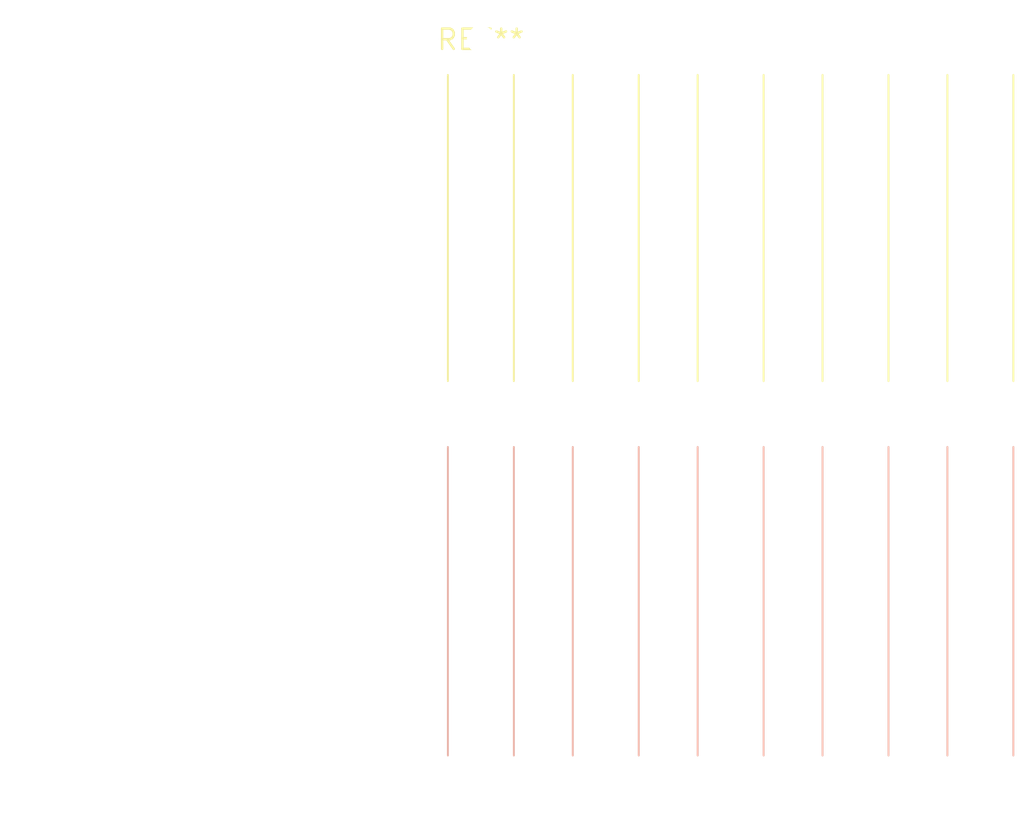
<source format=kicad_pcb>
(kicad_pcb (version 20240108) (generator pcbnew)
  (layers (0 "F.Cu" signal) (31 "B.Cu" signal) (34 "B.Paste" user) (35 "F.Paste" user) (36 "B.SilkS" user "B.Silkscreen") (37 "F.SilkS" user "F.Silkscreen") (38 "B.Mask" user) (39 "F.Mask" user) (44 "Edge.Cuts" user))
  (net 0 "")
  (footprint "SolderWire-1sqmm_1x05_P7.8mm_D1.4mm_OD3.9mm_Relief2x" (layer "F.Cu") (at 0 0)
    (property "Reference" "REF**")
    (property "Value" "SolderWire-1sqmm_1x05_P7.8mm_D1.4mm_OD3.9mm_Relief2x")
    (fp_line (start -2.06 25.46) (end -2.06 44.74) (layer "B.SilkS") (stroke (width 0.12)))
    (fp_line (start 2.06 25.46) (end 2.06 44.74) (layer "B.SilkS") (stroke (width 0.12)))
    (fp_line (start 5.74 25.46) (end 5.74 44.74) (layer "B.SilkS") (stroke (width 0.12)))
    (fp_line (start 9.86 25.46) (end 9.86 44.74) (layer "B.SilkS") (stroke (width 0.12)))
    (fp_line (start 13.54 25.46) (end 13.54 44.74) (layer "B.SilkS") (stroke (width 0.12)))
    (fp_line (start 17.66 25.46) (end 17.66 44.74) (layer "B.SilkS") (stroke (width 0.12)))
    (fp_line (start 21.34 25.46) (end 21.34 44.74) (layer "B.SilkS") (stroke (width 0.12)))
    (fp_line (start 25.46 25.46) (end 25.46 44.74) (layer "B.SilkS") (stroke (width 0.12)))
    (fp_line (start 29.14 25.46) (end 29.14 44.74) (layer "B.SilkS") (stroke (width 0.12)))
    (fp_line (start 33.26 25.46) (end 33.26 44.74) (layer "B.SilkS") (stroke (width 0.12)))
    (fp_line (start -2.06 2.21) (end -2.06 21.34) (layer "F.SilkS") (stroke (width 0.12)))
    (fp_line (start 2.06 2.21) (end 2.06 21.34) (layer "F.SilkS") (stroke (width 0.12)))
    (fp_line (start 5.74 2.21) (end 5.74 21.34) (layer "F.SilkS") (stroke (width 0.12)))
    (fp_line (start 9.86 2.21) (end 9.86 21.34) (layer "F.SilkS") (stroke (width 0.12)))
    (fp_line (start 13.54 2.21) (end 13.54 21.34) (layer "F.SilkS") (stroke (width 0.12)))
    (fp_line (start 17.66 2.21) (end 17.66 21.34) (layer "F.SilkS") (stroke (width 0.12)))
    (fp_line (start 21.34 2.21) (end 21.34 21.34) (layer "F.SilkS") (stroke (width 0.12)))
    (fp_line (start 25.46 2.21) (end 25.46 21.34) (layer "F.SilkS") (stroke (width 0.12)))
    (fp_line (start 29.14 2.21) (end 29.14 21.34) (layer "F.SilkS") (stroke (width 0.12)))
    (fp_line (start 33.26 2.21) (end 33.26 21.34) (layer "F.SilkS") (stroke (width 0.12)))
    (pad "" np_thru_hole circle (at 0 23.4) (size 4.4 4.4) (drill 4.4) (layers *.Cu *.Mask))
    (pad "" np_thru_hole circle (at 0 46.8) (size 4.4 4.4) (drill 4.4) (layers *.Cu *.Mask))
    (pad "" np_thru_hole circle (at 7.8 23.4) (size 4.4 4.4) (drill 4.4) (layers *.Cu *.Mask))
    (pad "" np_thru_hole circle (at 7.8 46.8) (size 4.4 4.4) (drill 4.4) (layers *.Cu *.Mask))
    (pad "" np_thru_hole circle (at 15.6 23.4) (size 4.4 4.4) (drill 4.4) (layers *.Cu *.Mask))
    (pad "" np_thru_hole circle (at 15.6 46.8) (size 4.4 4.4) (drill 4.4) (layers *.Cu *.Mask))
    (pad "" np_thru_hole circle (at 23.4 23.4) (size 4.4 4.4) (drill 4.4) (layers *.Cu *.Mask))
    (pad "" np_thru_hole circle (at 23.4 46.8) (size 4.4 4.4) (drill 4.4) (layers *.Cu *.Mask))
    (pad "" np_thru_hole circle (at 31.2 23.4) (size 4.4 4.4) (drill 4.4) (layers *.Cu *.Mask))
    (pad "" np_thru_hole circle (at 31.2 46.8) (size 4.4 4.4) (drill 4.4) (layers *.Cu *.Mask))
    (pad "1" thru_hole roundrect (at 0 0) (size 3.9 3.9) (drill 1.75) (layers *.Cu *.Mask) (remove_unused_layers) (roundrect_rratio 0.064103))
    (pad "2" thru_hole circle (at 7.8 0) (size 3.9 3.9) (drill 1.75) (layers *.Cu *.Mask) (remove_unused_layers))
    (pad "3" thru_hole circle (at 15.6 0) (size 3.9 3.9) (drill 1.75) (layers *.Cu *.Mask) (remove_unused_layers))
    (pad "4" thru_hole circle (at 23.4 0) (size 3.9 3.9) (drill 1.75) (layers *.Cu *.Mask) (remove_unused_layers))
    (pad "5" thru_hole circle (at 31.2 0) (size 3.9 3.9) (drill 1.75) (layers *.Cu *.Mask) (remove_unused_layers))
  )
)
</source>
